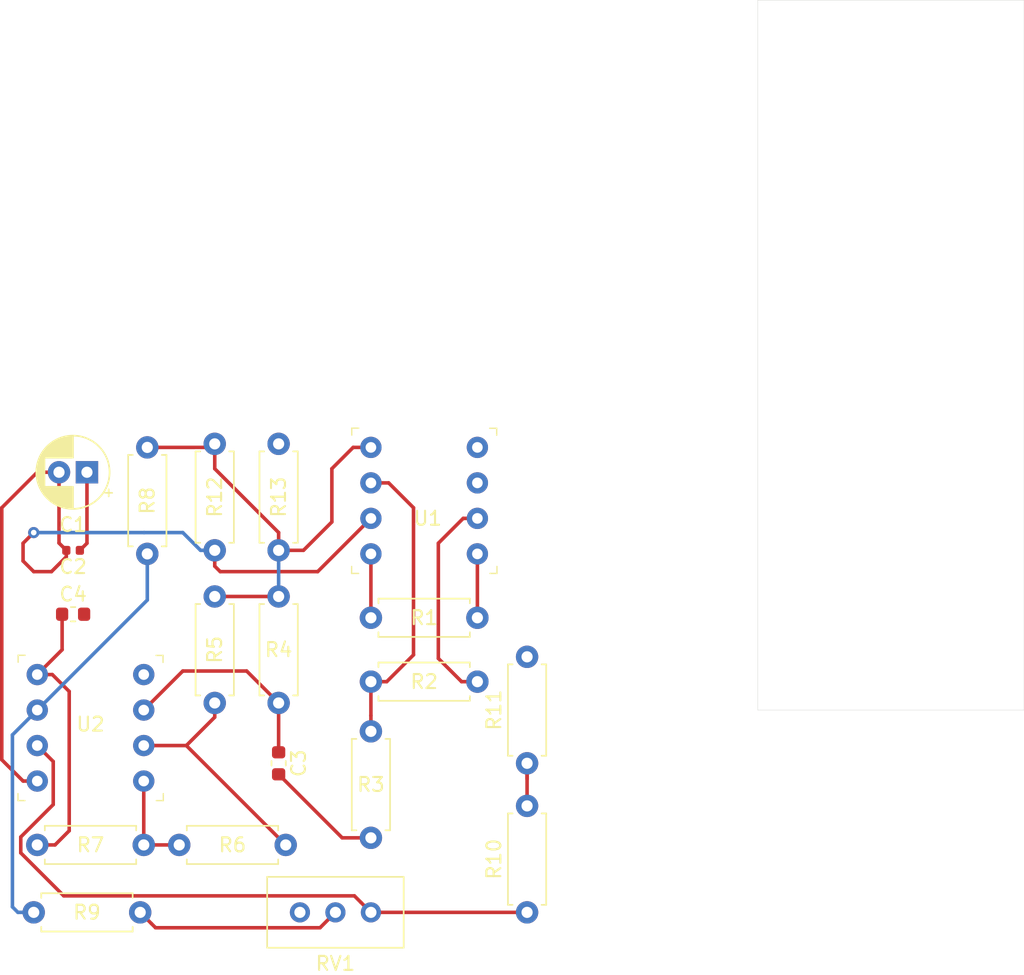
<source format=kicad_pcb>
(kicad_pcb (version 20171130) (host pcbnew "(5.1.2)-2")

  (general
    (thickness 1.6)
    (drawings 4)
    (tracks 92)
    (zones 0)
    (modules 20)
    (nets 19)
  )

  (page A4)
  (title_block
    (title EMG)
    (rev "EMG V01")
    (comment 4 "Author: Robert Stockwell")
  )

  (layers
    (0 F.Cu signal)
    (31 B.Cu signal)
    (32 B.Adhes user)
    (33 F.Adhes user)
    (34 B.Paste user)
    (35 F.Paste user)
    (36 B.SilkS user)
    (37 F.SilkS user)
    (38 B.Mask user)
    (39 F.Mask user)
    (40 Dwgs.User user)
    (41 Cmts.User user)
    (42 Eco1.User user)
    (43 Eco2.User user)
    (44 Edge.Cuts user)
    (45 Margin user)
    (46 B.CrtYd user)
    (47 F.CrtYd user)
    (48 B.Fab user)
    (49 F.Fab user)
  )

  (setup
    (last_trace_width 0.25)
    (trace_clearance 0.2)
    (zone_clearance 0.508)
    (zone_45_only no)
    (trace_min 0.2)
    (via_size 0.8)
    (via_drill 0.4)
    (via_min_size 0.4)
    (via_min_drill 0.3)
    (uvia_size 0.3)
    (uvia_drill 0.1)
    (uvias_allowed no)
    (uvia_min_size 0.2)
    (uvia_min_drill 0.1)
    (edge_width 0.1)
    (segment_width 0.2)
    (pcb_text_width 0.3)
    (pcb_text_size 1.5 1.5)
    (mod_edge_width 0.15)
    (mod_text_size 1 1)
    (mod_text_width 0.15)
    (pad_size 1.524 1.524)
    (pad_drill 0.762)
    (pad_to_mask_clearance 0)
    (aux_axis_origin 0 0)
    (visible_elements FFFFFF7F)
    (pcbplotparams
      (layerselection 0x010fc_ffffffff)
      (usegerberextensions false)
      (usegerberattributes false)
      (usegerberadvancedattributes false)
      (creategerberjobfile false)
      (excludeedgelayer true)
      (linewidth 0.100000)
      (plotframeref false)
      (viasonmask false)
      (mode 1)
      (useauxorigin false)
      (hpglpennumber 1)
      (hpglpenspeed 20)
      (hpglpendiameter 15.000000)
      (psnegative false)
      (psa4output false)
      (plotreference true)
      (plotvalue true)
      (plotinvisibletext false)
      (padsonsilk false)
      (subtractmaskfromsilk false)
      (outputformat 1)
      (mirror false)
      (drillshape 1)
      (scaleselection 1)
      (outputdirectory ""))
  )

  (net 0 "")
  (net 1 GND)
  (net 2 +5V)
  (net 3 "Net-(C3-Pad1)")
  (net 4 "Net-(C3-Pad2)")
  (net 5 "Net-(C4-Pad1)")
  (net 6 "Net-(J1-Pad1)")
  (net 7 "Net-(J1-Pad2)")
  (net 8 "Net-(J1-Pad3)")
  (net 9 "Net-(R1-Pad2)")
  (net 10 "Net-(R1-Pad1)")
  (net 11 "Net-(R2-Pad1)")
  (net 12 "Net-(R5-Pad1)")
  (net 13 "Net-(R6-Pad1)")
  (net 14 "Net-(R8-Pad1)")
  (net 15 "Net-(R9-Pad1)")
  (net 16 "Net-(R10-Pad1)")
  (net 17 "Net-(R10-Pad2)")
  (net 18 "Net-(RV1-Pad1)")

  (net_class Default "This is the default net class."
    (clearance 0.2)
    (trace_width 0.25)
    (via_dia 0.8)
    (via_drill 0.4)
    (uvia_dia 0.3)
    (uvia_drill 0.1)
  )

  (net_class OSHPark ""
    (clearance 0.254)
    (trace_width 0.254)
    (via_dia 0.8)
    (via_drill 0.4)
    (uvia_dia 0.762)
    (uvia_drill 0.381)
    (add_net +5V)
    (add_net GND)
    (add_net "Net-(C3-Pad1)")
    (add_net "Net-(C3-Pad2)")
    (add_net "Net-(C4-Pad1)")
    (add_net "Net-(J1-Pad1)")
    (add_net "Net-(J1-Pad2)")
    (add_net "Net-(J1-Pad3)")
    (add_net "Net-(R1-Pad1)")
    (add_net "Net-(R1-Pad2)")
    (add_net "Net-(R10-Pad1)")
    (add_net "Net-(R10-Pad2)")
    (add_net "Net-(R2-Pad1)")
    (add_net "Net-(R5-Pad1)")
    (add_net "Net-(R6-Pad1)")
    (add_net "Net-(R8-Pad1)")
    (add_net "Net-(R9-Pad1)")
    (add_net "Net-(RV1-Pad1)")
  )

  (module Capacitor_THT:CP_Radial_D5.0mm_P2.00mm (layer F.Cu) (tedit 5AE50EF0) (tstamp 5D05EBDC)
    (at 89.154 70.612 180)
    (descr "CP, Radial series, Radial, pin pitch=2.00mm, , diameter=5mm, Electrolytic Capacitor")
    (tags "CP Radial series Radial pin pitch 2.00mm  diameter 5mm Electrolytic Capacitor")
    (path /5CFD6EE5)
    (fp_text reference C1 (at 1 -3.75) (layer F.SilkS)
      (effects (font (size 1 1) (thickness 0.15)))
    )
    (fp_text value 10u (at 1 3.75) (layer F.Fab)
      (effects (font (size 1 1) (thickness 0.15)))
    )
    (fp_circle (center 1 0) (end 3.5 0) (layer F.Fab) (width 0.1))
    (fp_circle (center 1 0) (end 3.62 0) (layer F.SilkS) (width 0.12))
    (fp_circle (center 1 0) (end 3.75 0) (layer F.CrtYd) (width 0.05))
    (fp_line (start -1.133605 -1.0875) (end -0.633605 -1.0875) (layer F.Fab) (width 0.1))
    (fp_line (start -0.883605 -1.3375) (end -0.883605 -0.8375) (layer F.Fab) (width 0.1))
    (fp_line (start 1 1.04) (end 1 2.58) (layer F.SilkS) (width 0.12))
    (fp_line (start 1 -2.58) (end 1 -1.04) (layer F.SilkS) (width 0.12))
    (fp_line (start 1.04 1.04) (end 1.04 2.58) (layer F.SilkS) (width 0.12))
    (fp_line (start 1.04 -2.58) (end 1.04 -1.04) (layer F.SilkS) (width 0.12))
    (fp_line (start 1.08 -2.579) (end 1.08 -1.04) (layer F.SilkS) (width 0.12))
    (fp_line (start 1.08 1.04) (end 1.08 2.579) (layer F.SilkS) (width 0.12))
    (fp_line (start 1.12 -2.578) (end 1.12 -1.04) (layer F.SilkS) (width 0.12))
    (fp_line (start 1.12 1.04) (end 1.12 2.578) (layer F.SilkS) (width 0.12))
    (fp_line (start 1.16 -2.576) (end 1.16 -1.04) (layer F.SilkS) (width 0.12))
    (fp_line (start 1.16 1.04) (end 1.16 2.576) (layer F.SilkS) (width 0.12))
    (fp_line (start 1.2 -2.573) (end 1.2 -1.04) (layer F.SilkS) (width 0.12))
    (fp_line (start 1.2 1.04) (end 1.2 2.573) (layer F.SilkS) (width 0.12))
    (fp_line (start 1.24 -2.569) (end 1.24 -1.04) (layer F.SilkS) (width 0.12))
    (fp_line (start 1.24 1.04) (end 1.24 2.569) (layer F.SilkS) (width 0.12))
    (fp_line (start 1.28 -2.565) (end 1.28 -1.04) (layer F.SilkS) (width 0.12))
    (fp_line (start 1.28 1.04) (end 1.28 2.565) (layer F.SilkS) (width 0.12))
    (fp_line (start 1.32 -2.561) (end 1.32 -1.04) (layer F.SilkS) (width 0.12))
    (fp_line (start 1.32 1.04) (end 1.32 2.561) (layer F.SilkS) (width 0.12))
    (fp_line (start 1.36 -2.556) (end 1.36 -1.04) (layer F.SilkS) (width 0.12))
    (fp_line (start 1.36 1.04) (end 1.36 2.556) (layer F.SilkS) (width 0.12))
    (fp_line (start 1.4 -2.55) (end 1.4 -1.04) (layer F.SilkS) (width 0.12))
    (fp_line (start 1.4 1.04) (end 1.4 2.55) (layer F.SilkS) (width 0.12))
    (fp_line (start 1.44 -2.543) (end 1.44 -1.04) (layer F.SilkS) (width 0.12))
    (fp_line (start 1.44 1.04) (end 1.44 2.543) (layer F.SilkS) (width 0.12))
    (fp_line (start 1.48 -2.536) (end 1.48 -1.04) (layer F.SilkS) (width 0.12))
    (fp_line (start 1.48 1.04) (end 1.48 2.536) (layer F.SilkS) (width 0.12))
    (fp_line (start 1.52 -2.528) (end 1.52 -1.04) (layer F.SilkS) (width 0.12))
    (fp_line (start 1.52 1.04) (end 1.52 2.528) (layer F.SilkS) (width 0.12))
    (fp_line (start 1.56 -2.52) (end 1.56 -1.04) (layer F.SilkS) (width 0.12))
    (fp_line (start 1.56 1.04) (end 1.56 2.52) (layer F.SilkS) (width 0.12))
    (fp_line (start 1.6 -2.511) (end 1.6 -1.04) (layer F.SilkS) (width 0.12))
    (fp_line (start 1.6 1.04) (end 1.6 2.511) (layer F.SilkS) (width 0.12))
    (fp_line (start 1.64 -2.501) (end 1.64 -1.04) (layer F.SilkS) (width 0.12))
    (fp_line (start 1.64 1.04) (end 1.64 2.501) (layer F.SilkS) (width 0.12))
    (fp_line (start 1.68 -2.491) (end 1.68 -1.04) (layer F.SilkS) (width 0.12))
    (fp_line (start 1.68 1.04) (end 1.68 2.491) (layer F.SilkS) (width 0.12))
    (fp_line (start 1.721 -2.48) (end 1.721 -1.04) (layer F.SilkS) (width 0.12))
    (fp_line (start 1.721 1.04) (end 1.721 2.48) (layer F.SilkS) (width 0.12))
    (fp_line (start 1.761 -2.468) (end 1.761 -1.04) (layer F.SilkS) (width 0.12))
    (fp_line (start 1.761 1.04) (end 1.761 2.468) (layer F.SilkS) (width 0.12))
    (fp_line (start 1.801 -2.455) (end 1.801 -1.04) (layer F.SilkS) (width 0.12))
    (fp_line (start 1.801 1.04) (end 1.801 2.455) (layer F.SilkS) (width 0.12))
    (fp_line (start 1.841 -2.442) (end 1.841 -1.04) (layer F.SilkS) (width 0.12))
    (fp_line (start 1.841 1.04) (end 1.841 2.442) (layer F.SilkS) (width 0.12))
    (fp_line (start 1.881 -2.428) (end 1.881 -1.04) (layer F.SilkS) (width 0.12))
    (fp_line (start 1.881 1.04) (end 1.881 2.428) (layer F.SilkS) (width 0.12))
    (fp_line (start 1.921 -2.414) (end 1.921 -1.04) (layer F.SilkS) (width 0.12))
    (fp_line (start 1.921 1.04) (end 1.921 2.414) (layer F.SilkS) (width 0.12))
    (fp_line (start 1.961 -2.398) (end 1.961 -1.04) (layer F.SilkS) (width 0.12))
    (fp_line (start 1.961 1.04) (end 1.961 2.398) (layer F.SilkS) (width 0.12))
    (fp_line (start 2.001 -2.382) (end 2.001 -1.04) (layer F.SilkS) (width 0.12))
    (fp_line (start 2.001 1.04) (end 2.001 2.382) (layer F.SilkS) (width 0.12))
    (fp_line (start 2.041 -2.365) (end 2.041 -1.04) (layer F.SilkS) (width 0.12))
    (fp_line (start 2.041 1.04) (end 2.041 2.365) (layer F.SilkS) (width 0.12))
    (fp_line (start 2.081 -2.348) (end 2.081 -1.04) (layer F.SilkS) (width 0.12))
    (fp_line (start 2.081 1.04) (end 2.081 2.348) (layer F.SilkS) (width 0.12))
    (fp_line (start 2.121 -2.329) (end 2.121 -1.04) (layer F.SilkS) (width 0.12))
    (fp_line (start 2.121 1.04) (end 2.121 2.329) (layer F.SilkS) (width 0.12))
    (fp_line (start 2.161 -2.31) (end 2.161 -1.04) (layer F.SilkS) (width 0.12))
    (fp_line (start 2.161 1.04) (end 2.161 2.31) (layer F.SilkS) (width 0.12))
    (fp_line (start 2.201 -2.29) (end 2.201 -1.04) (layer F.SilkS) (width 0.12))
    (fp_line (start 2.201 1.04) (end 2.201 2.29) (layer F.SilkS) (width 0.12))
    (fp_line (start 2.241 -2.268) (end 2.241 -1.04) (layer F.SilkS) (width 0.12))
    (fp_line (start 2.241 1.04) (end 2.241 2.268) (layer F.SilkS) (width 0.12))
    (fp_line (start 2.281 -2.247) (end 2.281 -1.04) (layer F.SilkS) (width 0.12))
    (fp_line (start 2.281 1.04) (end 2.281 2.247) (layer F.SilkS) (width 0.12))
    (fp_line (start 2.321 -2.224) (end 2.321 -1.04) (layer F.SilkS) (width 0.12))
    (fp_line (start 2.321 1.04) (end 2.321 2.224) (layer F.SilkS) (width 0.12))
    (fp_line (start 2.361 -2.2) (end 2.361 -1.04) (layer F.SilkS) (width 0.12))
    (fp_line (start 2.361 1.04) (end 2.361 2.2) (layer F.SilkS) (width 0.12))
    (fp_line (start 2.401 -2.175) (end 2.401 -1.04) (layer F.SilkS) (width 0.12))
    (fp_line (start 2.401 1.04) (end 2.401 2.175) (layer F.SilkS) (width 0.12))
    (fp_line (start 2.441 -2.149) (end 2.441 -1.04) (layer F.SilkS) (width 0.12))
    (fp_line (start 2.441 1.04) (end 2.441 2.149) (layer F.SilkS) (width 0.12))
    (fp_line (start 2.481 -2.122) (end 2.481 -1.04) (layer F.SilkS) (width 0.12))
    (fp_line (start 2.481 1.04) (end 2.481 2.122) (layer F.SilkS) (width 0.12))
    (fp_line (start 2.521 -2.095) (end 2.521 -1.04) (layer F.SilkS) (width 0.12))
    (fp_line (start 2.521 1.04) (end 2.521 2.095) (layer F.SilkS) (width 0.12))
    (fp_line (start 2.561 -2.065) (end 2.561 -1.04) (layer F.SilkS) (width 0.12))
    (fp_line (start 2.561 1.04) (end 2.561 2.065) (layer F.SilkS) (width 0.12))
    (fp_line (start 2.601 -2.035) (end 2.601 -1.04) (layer F.SilkS) (width 0.12))
    (fp_line (start 2.601 1.04) (end 2.601 2.035) (layer F.SilkS) (width 0.12))
    (fp_line (start 2.641 -2.004) (end 2.641 -1.04) (layer F.SilkS) (width 0.12))
    (fp_line (start 2.641 1.04) (end 2.641 2.004) (layer F.SilkS) (width 0.12))
    (fp_line (start 2.681 -1.971) (end 2.681 -1.04) (layer F.SilkS) (width 0.12))
    (fp_line (start 2.681 1.04) (end 2.681 1.971) (layer F.SilkS) (width 0.12))
    (fp_line (start 2.721 -1.937) (end 2.721 -1.04) (layer F.SilkS) (width 0.12))
    (fp_line (start 2.721 1.04) (end 2.721 1.937) (layer F.SilkS) (width 0.12))
    (fp_line (start 2.761 -1.901) (end 2.761 -1.04) (layer F.SilkS) (width 0.12))
    (fp_line (start 2.761 1.04) (end 2.761 1.901) (layer F.SilkS) (width 0.12))
    (fp_line (start 2.801 -1.864) (end 2.801 -1.04) (layer F.SilkS) (width 0.12))
    (fp_line (start 2.801 1.04) (end 2.801 1.864) (layer F.SilkS) (width 0.12))
    (fp_line (start 2.841 -1.826) (end 2.841 -1.04) (layer F.SilkS) (width 0.12))
    (fp_line (start 2.841 1.04) (end 2.841 1.826) (layer F.SilkS) (width 0.12))
    (fp_line (start 2.881 -1.785) (end 2.881 -1.04) (layer F.SilkS) (width 0.12))
    (fp_line (start 2.881 1.04) (end 2.881 1.785) (layer F.SilkS) (width 0.12))
    (fp_line (start 2.921 -1.743) (end 2.921 -1.04) (layer F.SilkS) (width 0.12))
    (fp_line (start 2.921 1.04) (end 2.921 1.743) (layer F.SilkS) (width 0.12))
    (fp_line (start 2.961 -1.699) (end 2.961 -1.04) (layer F.SilkS) (width 0.12))
    (fp_line (start 2.961 1.04) (end 2.961 1.699) (layer F.SilkS) (width 0.12))
    (fp_line (start 3.001 -1.653) (end 3.001 -1.04) (layer F.SilkS) (width 0.12))
    (fp_line (start 3.001 1.04) (end 3.001 1.653) (layer F.SilkS) (width 0.12))
    (fp_line (start 3.041 -1.605) (end 3.041 1.605) (layer F.SilkS) (width 0.12))
    (fp_line (start 3.081 -1.554) (end 3.081 1.554) (layer F.SilkS) (width 0.12))
    (fp_line (start 3.121 -1.5) (end 3.121 1.5) (layer F.SilkS) (width 0.12))
    (fp_line (start 3.161 -1.443) (end 3.161 1.443) (layer F.SilkS) (width 0.12))
    (fp_line (start 3.201 -1.383) (end 3.201 1.383) (layer F.SilkS) (width 0.12))
    (fp_line (start 3.241 -1.319) (end 3.241 1.319) (layer F.SilkS) (width 0.12))
    (fp_line (start 3.281 -1.251) (end 3.281 1.251) (layer F.SilkS) (width 0.12))
    (fp_line (start 3.321 -1.178) (end 3.321 1.178) (layer F.SilkS) (width 0.12))
    (fp_line (start 3.361 -1.098) (end 3.361 1.098) (layer F.SilkS) (width 0.12))
    (fp_line (start 3.401 -1.011) (end 3.401 1.011) (layer F.SilkS) (width 0.12))
    (fp_line (start 3.441 -0.915) (end 3.441 0.915) (layer F.SilkS) (width 0.12))
    (fp_line (start 3.481 -0.805) (end 3.481 0.805) (layer F.SilkS) (width 0.12))
    (fp_line (start 3.521 -0.677) (end 3.521 0.677) (layer F.SilkS) (width 0.12))
    (fp_line (start 3.561 -0.518) (end 3.561 0.518) (layer F.SilkS) (width 0.12))
    (fp_line (start 3.601 -0.284) (end 3.601 0.284) (layer F.SilkS) (width 0.12))
    (fp_line (start -1.804775 -1.475) (end -1.304775 -1.475) (layer F.SilkS) (width 0.12))
    (fp_line (start -1.554775 -1.725) (end -1.554775 -1.225) (layer F.SilkS) (width 0.12))
    (fp_text user %R (at 1 0) (layer F.Fab)
      (effects (font (size 1 1) (thickness 0.15)))
    )
    (pad 1 thru_hole rect (at 0 0 180) (size 1.6 1.6) (drill 0.8) (layers *.Cu *.Mask)
      (net 1 GND))
    (pad 2 thru_hole circle (at 2 0 180) (size 1.6 1.6) (drill 0.8) (layers *.Cu *.Mask)
      (net 2 +5V))
    (model ${KISYS3DMOD}/Capacitor_THT.3dshapes/CP_Radial_D5.0mm_P2.00mm.wrl
      (at (xyz 0 0 0))
      (scale (xyz 1 1 1))
      (rotate (xyz 0 0 0))
    )
  )

  (module Capacitor_SMD:C_0402_1005Metric (layer F.Cu) (tedit 5B301BBE) (tstamp 5D05EBEB)
    (at 88.161 76.2 180)
    (descr "Capacitor SMD 0402 (1005 Metric), square (rectangular) end terminal, IPC_7351 nominal, (Body size source: http://www.tortai-tech.com/upload/download/2011102023233369053.pdf), generated with kicad-footprint-generator")
    (tags capacitor)
    (path /5CFD639E)
    (attr smd)
    (fp_text reference C2 (at 0 -1.17) (layer F.SilkS)
      (effects (font (size 1 1) (thickness 0.15)))
    )
    (fp_text value 0.1u (at 0 1.17) (layer F.Fab)
      (effects (font (size 1 1) (thickness 0.15)))
    )
    (fp_line (start -0.5 0.25) (end -0.5 -0.25) (layer F.Fab) (width 0.1))
    (fp_line (start -0.5 -0.25) (end 0.5 -0.25) (layer F.Fab) (width 0.1))
    (fp_line (start 0.5 -0.25) (end 0.5 0.25) (layer F.Fab) (width 0.1))
    (fp_line (start 0.5 0.25) (end -0.5 0.25) (layer F.Fab) (width 0.1))
    (fp_line (start -0.93 0.47) (end -0.93 -0.47) (layer F.CrtYd) (width 0.05))
    (fp_line (start -0.93 -0.47) (end 0.93 -0.47) (layer F.CrtYd) (width 0.05))
    (fp_line (start 0.93 -0.47) (end 0.93 0.47) (layer F.CrtYd) (width 0.05))
    (fp_line (start 0.93 0.47) (end -0.93 0.47) (layer F.CrtYd) (width 0.05))
    (fp_text user %R (at 0 0) (layer F.Fab)
      (effects (font (size 0.25 0.25) (thickness 0.04)))
    )
    (pad 1 smd roundrect (at -0.485 0 180) (size 0.59 0.64) (layers F.Cu F.Paste F.Mask) (roundrect_rratio 0.25)
      (net 1 GND))
    (pad 2 smd roundrect (at 0.485 0 180) (size 0.59 0.64) (layers F.Cu F.Paste F.Mask) (roundrect_rratio 0.25)
      (net 2 +5V))
    (model ${KISYS3DMOD}/Capacitor_SMD.3dshapes/C_0402_1005Metric.wrl
      (at (xyz 0 0 0))
      (scale (xyz 1 1 1))
      (rotate (xyz 0 0 0))
    )
  )

  (module Capacitor_SMD:C_0603_1608Metric (layer F.Cu) (tedit 5B301BBE) (tstamp 5D086916)
    (at 102.87 91.44 270)
    (descr "Capacitor SMD 0603 (1608 Metric), square (rectangular) end terminal, IPC_7351 nominal, (Body size source: http://www.tortai-tech.com/upload/download/2011102023233369053.pdf), generated with kicad-footprint-generator")
    (tags capacitor)
    (path /5CFCB937)
    (attr smd)
    (fp_text reference C3 (at 0 -1.43 90) (layer F.SilkS)
      (effects (font (size 1 1) (thickness 0.15)))
    )
    (fp_text value 1u (at 0 1.43 90) (layer F.Fab)
      (effects (font (size 1 1) (thickness 0.15)))
    )
    (fp_line (start -0.8 0.4) (end -0.8 -0.4) (layer F.Fab) (width 0.1))
    (fp_line (start -0.8 -0.4) (end 0.8 -0.4) (layer F.Fab) (width 0.1))
    (fp_line (start 0.8 -0.4) (end 0.8 0.4) (layer F.Fab) (width 0.1))
    (fp_line (start 0.8 0.4) (end -0.8 0.4) (layer F.Fab) (width 0.1))
    (fp_line (start -0.162779 -0.51) (end 0.162779 -0.51) (layer F.SilkS) (width 0.12))
    (fp_line (start -0.162779 0.51) (end 0.162779 0.51) (layer F.SilkS) (width 0.12))
    (fp_line (start -1.48 0.73) (end -1.48 -0.73) (layer F.CrtYd) (width 0.05))
    (fp_line (start -1.48 -0.73) (end 1.48 -0.73) (layer F.CrtYd) (width 0.05))
    (fp_line (start 1.48 -0.73) (end 1.48 0.73) (layer F.CrtYd) (width 0.05))
    (fp_line (start 1.48 0.73) (end -1.48 0.73) (layer F.CrtYd) (width 0.05))
    (fp_text user %R (at 0 0 90) (layer F.Fab)
      (effects (font (size 0.4 0.4) (thickness 0.06)))
    )
    (pad 1 smd roundrect (at -0.7875 0 270) (size 0.875 0.95) (layers F.Cu F.Paste F.Mask) (roundrect_rratio 0.25)
      (net 3 "Net-(C3-Pad1)"))
    (pad 2 smd roundrect (at 0.7875 0 270) (size 0.875 0.95) (layers F.Cu F.Paste F.Mask) (roundrect_rratio 0.25)
      (net 4 "Net-(C3-Pad2)"))
    (model ${KISYS3DMOD}/Capacitor_SMD.3dshapes/C_0603_1608Metric.wrl
      (at (xyz 0 0 0))
      (scale (xyz 1 1 1))
      (rotate (xyz 0 0 0))
    )
  )

  (module Capacitor_SMD:C_0603_1608Metric (layer F.Cu) (tedit 5B301BBE) (tstamp 5D05EC0D)
    (at 88.1635 80.772)
    (descr "Capacitor SMD 0603 (1608 Metric), square (rectangular) end terminal, IPC_7351 nominal, (Body size source: http://www.tortai-tech.com/upload/download/2011102023233369053.pdf), generated with kicad-footprint-generator")
    (tags capacitor)
    (path /5CFCAFA5)
    (attr smd)
    (fp_text reference C4 (at 0 -1.43) (layer F.SilkS)
      (effects (font (size 1 1) (thickness 0.15)))
    )
    (fp_text value 1u (at 0 1.43 270) (layer F.Fab)
      (effects (font (size 1 1) (thickness 0.15)))
    )
    (fp_text user %R (at 0 0) (layer F.Fab)
      (effects (font (size 0.4 0.4) (thickness 0.06)))
    )
    (fp_line (start 1.48 0.73) (end -1.48 0.73) (layer F.CrtYd) (width 0.05))
    (fp_line (start 1.48 -0.73) (end 1.48 0.73) (layer F.CrtYd) (width 0.05))
    (fp_line (start -1.48 -0.73) (end 1.48 -0.73) (layer F.CrtYd) (width 0.05))
    (fp_line (start -1.48 0.73) (end -1.48 -0.73) (layer F.CrtYd) (width 0.05))
    (fp_line (start -0.162779 0.51) (end 0.162779 0.51) (layer F.SilkS) (width 0.12))
    (fp_line (start -0.162779 -0.51) (end 0.162779 -0.51) (layer F.SilkS) (width 0.12))
    (fp_line (start 0.8 0.4) (end -0.8 0.4) (layer F.Fab) (width 0.1))
    (fp_line (start 0.8 -0.4) (end 0.8 0.4) (layer F.Fab) (width 0.1))
    (fp_line (start -0.8 -0.4) (end 0.8 -0.4) (layer F.Fab) (width 0.1))
    (fp_line (start -0.8 0.4) (end -0.8 -0.4) (layer F.Fab) (width 0.1))
    (pad 2 smd roundrect (at 0.7875 0) (size 0.875 0.95) (layers F.Cu F.Paste F.Mask) (roundrect_rratio 0.25)
      (net 1 GND))
    (pad 1 smd roundrect (at -0.7875 0) (size 0.875 0.95) (layers F.Cu F.Paste F.Mask) (roundrect_rratio 0.25)
      (net 5 "Net-(C4-Pad1)"))
    (model ${KISYS3DMOD}/Capacitor_SMD.3dshapes/C_0603_1608Metric.wrl
      (at (xyz 0 0 0))
      (scale (xyz 1 1 1))
      (rotate (xyz 0 0 0))
    )
  )

  (module Resistor_THT:R_Axial_DIN0207_L6.3mm_D2.5mm_P7.62mm_Horizontal (layer F.Cu) (tedit 5AE5139B) (tstamp 5D085E43)
    (at 117.094 81.026 180)
    (descr "Resistor, Axial_DIN0207 series, Axial, Horizontal, pin pitch=7.62mm, 0.25W = 1/4W, length*diameter=6.3*2.5mm^2, http://cdn-reichelt.de/documents/datenblatt/B400/1_4W%23YAG.pdf")
    (tags "Resistor Axial_DIN0207 series Axial Horizontal pin pitch 7.62mm 0.25W = 1/4W length 6.3mm diameter 2.5mm")
    (path /5CFD7B8C)
    (fp_text reference R1 (at 3.81 0) (layer F.SilkS)
      (effects (font (size 1 1) (thickness 0.15)))
    )
    (fp_text value 1k (at 3.81 -2.286) (layer F.Fab)
      (effects (font (size 1 1) (thickness 0.15)))
    )
    (fp_text user %R (at 3.81 0) (layer F.Fab)
      (effects (font (size 1 1) (thickness 0.15)))
    )
    (fp_line (start 8.67 -1.5) (end -1.05 -1.5) (layer F.CrtYd) (width 0.05))
    (fp_line (start 8.67 1.5) (end 8.67 -1.5) (layer F.CrtYd) (width 0.05))
    (fp_line (start -1.05 1.5) (end 8.67 1.5) (layer F.CrtYd) (width 0.05))
    (fp_line (start -1.05 -1.5) (end -1.05 1.5) (layer F.CrtYd) (width 0.05))
    (fp_line (start 7.08 1.37) (end 7.08 1.04) (layer F.SilkS) (width 0.12))
    (fp_line (start 0.54 1.37) (end 7.08 1.37) (layer F.SilkS) (width 0.12))
    (fp_line (start 0.54 1.04) (end 0.54 1.37) (layer F.SilkS) (width 0.12))
    (fp_line (start 7.08 -1.37) (end 7.08 -1.04) (layer F.SilkS) (width 0.12))
    (fp_line (start 0.54 -1.37) (end 7.08 -1.37) (layer F.SilkS) (width 0.12))
    (fp_line (start 0.54 -1.04) (end 0.54 -1.37) (layer F.SilkS) (width 0.12))
    (fp_line (start 7.62 0) (end 6.96 0) (layer F.Fab) (width 0.1))
    (fp_line (start 0 0) (end 0.66 0) (layer F.Fab) (width 0.1))
    (fp_line (start 6.96 -1.25) (end 0.66 -1.25) (layer F.Fab) (width 0.1))
    (fp_line (start 6.96 1.25) (end 6.96 -1.25) (layer F.Fab) (width 0.1))
    (fp_line (start 0.66 1.25) (end 6.96 1.25) (layer F.Fab) (width 0.1))
    (fp_line (start 0.66 -1.25) (end 0.66 1.25) (layer F.Fab) (width 0.1))
    (pad 2 thru_hole oval (at 7.62 0 180) (size 1.6 1.6) (drill 0.8) (layers *.Cu *.Mask)
      (net 9 "Net-(R1-Pad2)"))
    (pad 1 thru_hole circle (at 0 0 180) (size 1.6 1.6) (drill 0.8) (layers *.Cu *.Mask)
      (net 10 "Net-(R1-Pad1)"))
    (model ${KISYS3DMOD}/Resistor_THT.3dshapes/R_Axial_DIN0207_L6.3mm_D2.5mm_P7.62mm_Horizontal.wrl
      (at (xyz 0 0 0))
      (scale (xyz 1 1 1))
      (rotate (xyz 0 0 0))
    )
  )

  (module Resistor_THT:R_Axial_DIN0207_L6.3mm_D2.5mm_P7.62mm_Horizontal (layer F.Cu) (tedit 5AE5139B) (tstamp 5D05EC79)
    (at 109.474 85.598)
    (descr "Resistor, Axial_DIN0207 series, Axial, Horizontal, pin pitch=7.62mm, 0.25W = 1/4W, length*diameter=6.3*2.5mm^2, http://cdn-reichelt.de/documents/datenblatt/B400/1_4W%23YAG.pdf")
    (tags "Resistor Axial_DIN0207 series Axial Horizontal pin pitch 7.62mm 0.25W = 1/4W length 6.3mm diameter 2.5mm")
    (path /5CFCA4AE)
    (fp_text reference R2 (at 3.81 0) (layer F.SilkS)
      (effects (font (size 1 1) (thickness 0.15)))
    )
    (fp_text value 150k (at 3.81 2.37) (layer F.Fab)
      (effects (font (size 1 1) (thickness 0.15)))
    )
    (fp_line (start 0.66 -1.25) (end 0.66 1.25) (layer F.Fab) (width 0.1))
    (fp_line (start 0.66 1.25) (end 6.96 1.25) (layer F.Fab) (width 0.1))
    (fp_line (start 6.96 1.25) (end 6.96 -1.25) (layer F.Fab) (width 0.1))
    (fp_line (start 6.96 -1.25) (end 0.66 -1.25) (layer F.Fab) (width 0.1))
    (fp_line (start 0 0) (end 0.66 0) (layer F.Fab) (width 0.1))
    (fp_line (start 7.62 0) (end 6.96 0) (layer F.Fab) (width 0.1))
    (fp_line (start 0.54 -1.04) (end 0.54 -1.37) (layer F.SilkS) (width 0.12))
    (fp_line (start 0.54 -1.37) (end 7.08 -1.37) (layer F.SilkS) (width 0.12))
    (fp_line (start 7.08 -1.37) (end 7.08 -1.04) (layer F.SilkS) (width 0.12))
    (fp_line (start 0.54 1.04) (end 0.54 1.37) (layer F.SilkS) (width 0.12))
    (fp_line (start 0.54 1.37) (end 7.08 1.37) (layer F.SilkS) (width 0.12))
    (fp_line (start 7.08 1.37) (end 7.08 1.04) (layer F.SilkS) (width 0.12))
    (fp_line (start -1.05 -1.5) (end -1.05 1.5) (layer F.CrtYd) (width 0.05))
    (fp_line (start -1.05 1.5) (end 8.67 1.5) (layer F.CrtYd) (width 0.05))
    (fp_line (start 8.67 1.5) (end 8.67 -1.5) (layer F.CrtYd) (width 0.05))
    (fp_line (start 8.67 -1.5) (end -1.05 -1.5) (layer F.CrtYd) (width 0.05))
    (fp_text user %R (at 3.81 0) (layer F.Fab)
      (effects (font (size 1 1) (thickness 0.15)))
    )
    (pad 1 thru_hole circle (at 0 0) (size 1.6 1.6) (drill 0.8) (layers *.Cu *.Mask)
      (net 11 "Net-(R2-Pad1)"))
    (pad 2 thru_hole oval (at 7.62 0) (size 1.6 1.6) (drill 0.8) (layers *.Cu *.Mask)
      (net 6 "Net-(J1-Pad1)"))
    (model ${KISYS3DMOD}/Resistor_THT.3dshapes/R_Axial_DIN0207_L6.3mm_D2.5mm_P7.62mm_Horizontal.wrl
      (at (xyz 0 0 0))
      (scale (xyz 1 1 1))
      (rotate (xyz 0 0 0))
    )
  )

  (module Resistor_THT:R_Axial_DIN0207_L6.3mm_D2.5mm_P7.62mm_Horizontal (layer F.Cu) (tedit 5AE5139B) (tstamp 5D05EC90)
    (at 109.474 96.774 90)
    (descr "Resistor, Axial_DIN0207 series, Axial, Horizontal, pin pitch=7.62mm, 0.25W = 1/4W, length*diameter=6.3*2.5mm^2, http://cdn-reichelt.de/documents/datenblatt/B400/1_4W%23YAG.pdf")
    (tags "Resistor Axial_DIN0207 series Axial Horizontal pin pitch 7.62mm 0.25W = 1/4W length 6.3mm diameter 2.5mm")
    (path /5CFCF011)
    (fp_text reference R3 (at 3.81 0 180) (layer F.SilkS)
      (effects (font (size 1 1) (thickness 0.15)))
    )
    (fp_text value 2k (at 3.81 2.37 90) (layer F.Fab)
      (effects (font (size 1 1) (thickness 0.15)))
    )
    (fp_line (start 0.66 -1.25) (end 0.66 1.25) (layer F.Fab) (width 0.1))
    (fp_line (start 0.66 1.25) (end 6.96 1.25) (layer F.Fab) (width 0.1))
    (fp_line (start 6.96 1.25) (end 6.96 -1.25) (layer F.Fab) (width 0.1))
    (fp_line (start 6.96 -1.25) (end 0.66 -1.25) (layer F.Fab) (width 0.1))
    (fp_line (start 0 0) (end 0.66 0) (layer F.Fab) (width 0.1))
    (fp_line (start 7.62 0) (end 6.96 0) (layer F.Fab) (width 0.1))
    (fp_line (start 0.54 -1.04) (end 0.54 -1.37) (layer F.SilkS) (width 0.12))
    (fp_line (start 0.54 -1.37) (end 7.08 -1.37) (layer F.SilkS) (width 0.12))
    (fp_line (start 7.08 -1.37) (end 7.08 -1.04) (layer F.SilkS) (width 0.12))
    (fp_line (start 0.54 1.04) (end 0.54 1.37) (layer F.SilkS) (width 0.12))
    (fp_line (start 0.54 1.37) (end 7.08 1.37) (layer F.SilkS) (width 0.12))
    (fp_line (start 7.08 1.37) (end 7.08 1.04) (layer F.SilkS) (width 0.12))
    (fp_line (start -1.05 -1.5) (end -1.05 1.5) (layer F.CrtYd) (width 0.05))
    (fp_line (start -1.05 1.5) (end 8.67 1.5) (layer F.CrtYd) (width 0.05))
    (fp_line (start 8.67 1.5) (end 8.67 -1.5) (layer F.CrtYd) (width 0.05))
    (fp_line (start 8.67 -1.5) (end -1.05 -1.5) (layer F.CrtYd) (width 0.05))
    (fp_text user %R (at 3.81 0 180) (layer F.Fab)
      (effects (font (size 1 1) (thickness 0.15)))
    )
    (pad 1 thru_hole circle (at 0 0 90) (size 1.6 1.6) (drill 0.8) (layers *.Cu *.Mask)
      (net 4 "Net-(C3-Pad2)"))
    (pad 2 thru_hole oval (at 7.62 0 90) (size 1.6 1.6) (drill 0.8) (layers *.Cu *.Mask)
      (net 11 "Net-(R2-Pad1)"))
    (model ${KISYS3DMOD}/Resistor_THT.3dshapes/R_Axial_DIN0207_L6.3mm_D2.5mm_P7.62mm_Horizontal.wrl
      (at (xyz 0 0 0))
      (scale (xyz 1 1 1))
      (rotate (xyz 0 0 0))
    )
  )

  (module Resistor_THT:R_Axial_DIN0207_L6.3mm_D2.5mm_P7.62mm_Horizontal (layer F.Cu) (tedit 5AE5139B) (tstamp 5D085978)
    (at 102.87 87.122 90)
    (descr "Resistor, Axial_DIN0207 series, Axial, Horizontal, pin pitch=7.62mm, 0.25W = 1/4W, length*diameter=6.3*2.5mm^2, http://cdn-reichelt.de/documents/datenblatt/B400/1_4W%23YAG.pdf")
    (tags "Resistor Axial_DIN0207 series Axial Horizontal pin pitch 7.62mm 0.25W = 1/4W length 6.3mm diameter 2.5mm")
    (path /5CFCF85E)
    (fp_text reference R4 (at 3.81 0 180) (layer F.SilkS)
      (effects (font (size 1 1) (thickness 0.15)))
    )
    (fp_text value 14700 (at 3.81 2.37 90) (layer F.Fab)
      (effects (font (size 1 1) (thickness 0.15)))
    )
    (fp_text user %R (at 3.81 0 180) (layer F.Fab)
      (effects (font (size 1 1) (thickness 0.15)))
    )
    (fp_line (start 8.67 -1.5) (end -1.05 -1.5) (layer F.CrtYd) (width 0.05))
    (fp_line (start 8.67 1.5) (end 8.67 -1.5) (layer F.CrtYd) (width 0.05))
    (fp_line (start -1.05 1.5) (end 8.67 1.5) (layer F.CrtYd) (width 0.05))
    (fp_line (start -1.05 -1.5) (end -1.05 1.5) (layer F.CrtYd) (width 0.05))
    (fp_line (start 7.08 1.37) (end 7.08 1.04) (layer F.SilkS) (width 0.12))
    (fp_line (start 0.54 1.37) (end 7.08 1.37) (layer F.SilkS) (width 0.12))
    (fp_line (start 0.54 1.04) (end 0.54 1.37) (layer F.SilkS) (width 0.12))
    (fp_line (start 7.08 -1.37) (end 7.08 -1.04) (layer F.SilkS) (width 0.12))
    (fp_line (start 0.54 -1.37) (end 7.08 -1.37) (layer F.SilkS) (width 0.12))
    (fp_line (start 0.54 -1.04) (end 0.54 -1.37) (layer F.SilkS) (width 0.12))
    (fp_line (start 7.62 0) (end 6.96 0) (layer F.Fab) (width 0.1))
    (fp_line (start 0 0) (end 0.66 0) (layer F.Fab) (width 0.1))
    (fp_line (start 6.96 -1.25) (end 0.66 -1.25) (layer F.Fab) (width 0.1))
    (fp_line (start 6.96 1.25) (end 6.96 -1.25) (layer F.Fab) (width 0.1))
    (fp_line (start 0.66 1.25) (end 6.96 1.25) (layer F.Fab) (width 0.1))
    (fp_line (start 0.66 -1.25) (end 0.66 1.25) (layer F.Fab) (width 0.1))
    (pad 2 thru_hole oval (at 7.62 0 90) (size 1.6 1.6) (drill 0.8) (layers *.Cu *.Mask)
      (net 8 "Net-(J1-Pad3)"))
    (pad 1 thru_hole circle (at 0 0 90) (size 1.6 1.6) (drill 0.8) (layers *.Cu *.Mask)
      (net 3 "Net-(C3-Pad1)"))
    (model ${KISYS3DMOD}/Resistor_THT.3dshapes/R_Axial_DIN0207_L6.3mm_D2.5mm_P7.62mm_Horizontal.wrl
      (at (xyz 0 0 0))
      (scale (xyz 1 1 1))
      (rotate (xyz 0 0 0))
    )
  )

  (module Resistor_THT:R_Axial_DIN0207_L6.3mm_D2.5mm_P7.62mm_Horizontal (layer F.Cu) (tedit 5AE5139B) (tstamp 5D05ECBE)
    (at 98.298 87.122 90)
    (descr "Resistor, Axial_DIN0207 series, Axial, Horizontal, pin pitch=7.62mm, 0.25W = 1/4W, length*diameter=6.3*2.5mm^2, http://cdn-reichelt.de/documents/datenblatt/B400/1_4W%23YAG.pdf")
    (tags "Resistor Axial_DIN0207 series Axial Horizontal pin pitch 7.62mm 0.25W = 1/4W length 6.3mm diameter 2.5mm")
    (path /5CFD3D65)
    (fp_text reference R5 (at 3.81 0 90) (layer F.SilkS)
      (effects (font (size 1 1) (thickness 0.15)))
    )
    (fp_text value 4.7k (at 3.81 2.37 90) (layer F.Fab)
      (effects (font (size 1 1) (thickness 0.15)))
    )
    (fp_line (start 0.66 -1.25) (end 0.66 1.25) (layer F.Fab) (width 0.1))
    (fp_line (start 0.66 1.25) (end 6.96 1.25) (layer F.Fab) (width 0.1))
    (fp_line (start 6.96 1.25) (end 6.96 -1.25) (layer F.Fab) (width 0.1))
    (fp_line (start 6.96 -1.25) (end 0.66 -1.25) (layer F.Fab) (width 0.1))
    (fp_line (start 0 0) (end 0.66 0) (layer F.Fab) (width 0.1))
    (fp_line (start 7.62 0) (end 6.96 0) (layer F.Fab) (width 0.1))
    (fp_line (start 0.54 -1.04) (end 0.54 -1.37) (layer F.SilkS) (width 0.12))
    (fp_line (start 0.54 -1.37) (end 7.08 -1.37) (layer F.SilkS) (width 0.12))
    (fp_line (start 7.08 -1.37) (end 7.08 -1.04) (layer F.SilkS) (width 0.12))
    (fp_line (start 0.54 1.04) (end 0.54 1.37) (layer F.SilkS) (width 0.12))
    (fp_line (start 0.54 1.37) (end 7.08 1.37) (layer F.SilkS) (width 0.12))
    (fp_line (start 7.08 1.37) (end 7.08 1.04) (layer F.SilkS) (width 0.12))
    (fp_line (start -1.05 -1.5) (end -1.05 1.5) (layer F.CrtYd) (width 0.05))
    (fp_line (start -1.05 1.5) (end 8.67 1.5) (layer F.CrtYd) (width 0.05))
    (fp_line (start 8.67 1.5) (end 8.67 -1.5) (layer F.CrtYd) (width 0.05))
    (fp_line (start 8.67 -1.5) (end -1.05 -1.5) (layer F.CrtYd) (width 0.05))
    (fp_text user %R (at 3.81 0 90) (layer F.Fab)
      (effects (font (size 1 1) (thickness 0.15)))
    )
    (pad 1 thru_hole circle (at 0 0 90) (size 1.6 1.6) (drill 0.8) (layers *.Cu *.Mask)
      (net 12 "Net-(R5-Pad1)"))
    (pad 2 thru_hole oval (at 7.62 0 90) (size 1.6 1.6) (drill 0.8) (layers *.Cu *.Mask)
      (net 8 "Net-(J1-Pad3)"))
    (model ${KISYS3DMOD}/Resistor_THT.3dshapes/R_Axial_DIN0207_L6.3mm_D2.5mm_P7.62mm_Horizontal.wrl
      (at (xyz 0 0 0))
      (scale (xyz 1 1 1))
      (rotate (xyz 0 0 0))
    )
  )

  (module Resistor_THT:R_Axial_DIN0207_L6.3mm_D2.5mm_P7.62mm_Horizontal (layer F.Cu) (tedit 5AE5139B) (tstamp 5D08516F)
    (at 95.758 97.282)
    (descr "Resistor, Axial_DIN0207 series, Axial, Horizontal, pin pitch=7.62mm, 0.25W = 1/4W, length*diameter=6.3*2.5mm^2, http://cdn-reichelt.de/documents/datenblatt/B400/1_4W%23YAG.pdf")
    (tags "Resistor Axial_DIN0207 series Axial Horizontal pin pitch 7.62mm 0.25W = 1/4W length 6.3mm diameter 2.5mm")
    (path /5CFCFE60)
    (fp_text reference R6 (at 3.81 0) (layer F.SilkS)
      (effects (font (size 1 1) (thickness 0.15)))
    )
    (fp_text value 10k (at 3.81 2.37) (layer F.Fab)
      (effects (font (size 1 1) (thickness 0.15)))
    )
    (fp_line (start 0.66 -1.25) (end 0.66 1.25) (layer F.Fab) (width 0.1))
    (fp_line (start 0.66 1.25) (end 6.96 1.25) (layer F.Fab) (width 0.1))
    (fp_line (start 6.96 1.25) (end 6.96 -1.25) (layer F.Fab) (width 0.1))
    (fp_line (start 6.96 -1.25) (end 0.66 -1.25) (layer F.Fab) (width 0.1))
    (fp_line (start 0 0) (end 0.66 0) (layer F.Fab) (width 0.1))
    (fp_line (start 7.62 0) (end 6.96 0) (layer F.Fab) (width 0.1))
    (fp_line (start 0.54 -1.04) (end 0.54 -1.37) (layer F.SilkS) (width 0.12))
    (fp_line (start 0.54 -1.37) (end 7.08 -1.37) (layer F.SilkS) (width 0.12))
    (fp_line (start 7.08 -1.37) (end 7.08 -1.04) (layer F.SilkS) (width 0.12))
    (fp_line (start 0.54 1.04) (end 0.54 1.37) (layer F.SilkS) (width 0.12))
    (fp_line (start 0.54 1.37) (end 7.08 1.37) (layer F.SilkS) (width 0.12))
    (fp_line (start 7.08 1.37) (end 7.08 1.04) (layer F.SilkS) (width 0.12))
    (fp_line (start -1.05 -1.5) (end -1.05 1.5) (layer F.CrtYd) (width 0.05))
    (fp_line (start -1.05 1.5) (end 8.67 1.5) (layer F.CrtYd) (width 0.05))
    (fp_line (start 8.67 1.5) (end 8.67 -1.5) (layer F.CrtYd) (width 0.05))
    (fp_line (start 8.67 -1.5) (end -1.05 -1.5) (layer F.CrtYd) (width 0.05))
    (fp_text user %R (at 3.81 0) (layer F.Fab)
      (effects (font (size 1 1) (thickness 0.15)))
    )
    (pad 1 thru_hole circle (at 0 0) (size 1.6 1.6) (drill 0.8) (layers *.Cu *.Mask)
      (net 13 "Net-(R6-Pad1)"))
    (pad 2 thru_hole oval (at 7.62 0) (size 1.6 1.6) (drill 0.8) (layers *.Cu *.Mask)
      (net 12 "Net-(R5-Pad1)"))
    (model ${KISYS3DMOD}/Resistor_THT.3dshapes/R_Axial_DIN0207_L6.3mm_D2.5mm_P7.62mm_Horizontal.wrl
      (at (xyz 0 0 0))
      (scale (xyz 1 1 1))
      (rotate (xyz 0 0 0))
    )
  )

  (module Resistor_THT:R_Axial_DIN0207_L6.3mm_D2.5mm_P7.62mm_Horizontal (layer F.Cu) (tedit 5AE5139B) (tstamp 5D05ECEC)
    (at 85.598 97.282)
    (descr "Resistor, Axial_DIN0207 series, Axial, Horizontal, pin pitch=7.62mm, 0.25W = 1/4W, length*diameter=6.3*2.5mm^2, http://cdn-reichelt.de/documents/datenblatt/B400/1_4W%23YAG.pdf")
    (tags "Resistor Axial_DIN0207 series Axial Horizontal pin pitch 7.62mm 0.25W = 1/4W length 6.3mm diameter 2.5mm")
    (path /5CFCAC87)
    (fp_text reference R7 (at 3.81 0) (layer F.SilkS)
      (effects (font (size 1 1) (thickness 0.15)))
    )
    (fp_text value 330 (at 3.81 -2.286) (layer F.Fab)
      (effects (font (size 1 1) (thickness 0.15)))
    )
    (fp_text user %R (at 3.81 0 180) (layer F.Fab)
      (effects (font (size 1 1) (thickness 0.15)))
    )
    (fp_line (start 8.67 -1.5) (end -1.05 -1.5) (layer F.CrtYd) (width 0.05))
    (fp_line (start 8.67 1.5) (end 8.67 -1.5) (layer F.CrtYd) (width 0.05))
    (fp_line (start -1.05 1.5) (end 8.67 1.5) (layer F.CrtYd) (width 0.05))
    (fp_line (start -1.05 -1.5) (end -1.05 1.5) (layer F.CrtYd) (width 0.05))
    (fp_line (start 7.08 1.37) (end 7.08 1.04) (layer F.SilkS) (width 0.12))
    (fp_line (start 0.54 1.37) (end 7.08 1.37) (layer F.SilkS) (width 0.12))
    (fp_line (start 0.54 1.04) (end 0.54 1.37) (layer F.SilkS) (width 0.12))
    (fp_line (start 7.08 -1.37) (end 7.08 -1.04) (layer F.SilkS) (width 0.12))
    (fp_line (start 0.54 -1.37) (end 7.08 -1.37) (layer F.SilkS) (width 0.12))
    (fp_line (start 0.54 -1.04) (end 0.54 -1.37) (layer F.SilkS) (width 0.12))
    (fp_line (start 7.62 0) (end 6.96 0) (layer F.Fab) (width 0.1))
    (fp_line (start 0 0) (end 0.66 0) (layer F.Fab) (width 0.1))
    (fp_line (start 6.96 -1.25) (end 0.66 -1.25) (layer F.Fab) (width 0.1))
    (fp_line (start 6.96 1.25) (end 6.96 -1.25) (layer F.Fab) (width 0.1))
    (fp_line (start 0.66 1.25) (end 6.96 1.25) (layer F.Fab) (width 0.1))
    (fp_line (start 0.66 -1.25) (end 0.66 1.25) (layer F.Fab) (width 0.1))
    (pad 2 thru_hole oval (at 7.62 0) (size 1.6 1.6) (drill 0.8) (layers *.Cu *.Mask)
      (net 13 "Net-(R6-Pad1)"))
    (pad 1 thru_hole circle (at 0 0) (size 1.6 1.6) (drill 0.8) (layers *.Cu *.Mask)
      (net 5 "Net-(C4-Pad1)"))
    (model ${KISYS3DMOD}/Resistor_THT.3dshapes/R_Axial_DIN0207_L6.3mm_D2.5mm_P7.62mm_Horizontal.wrl
      (at (xyz 0 0 0))
      (scale (xyz 1 1 1))
      (rotate (xyz 0 0 0))
    )
  )

  (module Resistor_THT:R_Axial_DIN0207_L6.3mm_D2.5mm_P7.62mm_Horizontal (layer F.Cu) (tedit 5AE5139B) (tstamp 5D05ED03)
    (at 93.472 76.454 90)
    (descr "Resistor, Axial_DIN0207 series, Axial, Horizontal, pin pitch=7.62mm, 0.25W = 1/4W, length*diameter=6.3*2.5mm^2, http://cdn-reichelt.de/documents/datenblatt/B400/1_4W%23YAG.pdf")
    (tags "Resistor Axial_DIN0207 series Axial Horizontal pin pitch 7.62mm 0.25W = 1/4W length 6.3mm diameter 2.5mm")
    (path /5CFD4F84)
    (fp_text reference R8 (at 3.81 0 90) (layer F.SilkS)
      (effects (font (size 1 1) (thickness 0.15)))
    )
    (fp_text value 4.7k (at 3.81 2.37 90) (layer F.Fab)
      (effects (font (size 1 1) (thickness 0.15)))
    )
    (fp_line (start 0.66 -1.25) (end 0.66 1.25) (layer F.Fab) (width 0.1))
    (fp_line (start 0.66 1.25) (end 6.96 1.25) (layer F.Fab) (width 0.1))
    (fp_line (start 6.96 1.25) (end 6.96 -1.25) (layer F.Fab) (width 0.1))
    (fp_line (start 6.96 -1.25) (end 0.66 -1.25) (layer F.Fab) (width 0.1))
    (fp_line (start 0 0) (end 0.66 0) (layer F.Fab) (width 0.1))
    (fp_line (start 7.62 0) (end 6.96 0) (layer F.Fab) (width 0.1))
    (fp_line (start 0.54 -1.04) (end 0.54 -1.37) (layer F.SilkS) (width 0.12))
    (fp_line (start 0.54 -1.37) (end 7.08 -1.37) (layer F.SilkS) (width 0.12))
    (fp_line (start 7.08 -1.37) (end 7.08 -1.04) (layer F.SilkS) (width 0.12))
    (fp_line (start 0.54 1.04) (end 0.54 1.37) (layer F.SilkS) (width 0.12))
    (fp_line (start 0.54 1.37) (end 7.08 1.37) (layer F.SilkS) (width 0.12))
    (fp_line (start 7.08 1.37) (end 7.08 1.04) (layer F.SilkS) (width 0.12))
    (fp_line (start -1.05 -1.5) (end -1.05 1.5) (layer F.CrtYd) (width 0.05))
    (fp_line (start -1.05 1.5) (end 8.67 1.5) (layer F.CrtYd) (width 0.05))
    (fp_line (start 8.67 1.5) (end 8.67 -1.5) (layer F.CrtYd) (width 0.05))
    (fp_line (start 8.67 -1.5) (end -1.05 -1.5) (layer F.CrtYd) (width 0.05))
    (fp_text user %R (at 3.81 0 90) (layer F.Fab)
      (effects (font (size 1 1) (thickness 0.15)))
    )
    (pad 1 thru_hole circle (at 0 0 90) (size 1.6 1.6) (drill 0.8) (layers *.Cu *.Mask)
      (net 14 "Net-(R8-Pad1)"))
    (pad 2 thru_hole oval (at 7.62 0 90) (size 1.6 1.6) (drill 0.8) (layers *.Cu *.Mask)
      (net 8 "Net-(J1-Pad3)"))
    (model ${KISYS3DMOD}/Resistor_THT.3dshapes/R_Axial_DIN0207_L6.3mm_D2.5mm_P7.62mm_Horizontal.wrl
      (at (xyz 0 0 0))
      (scale (xyz 1 1 1))
      (rotate (xyz 0 0 0))
    )
  )

  (module Resistor_THT:R_Axial_DIN0207_L6.3mm_D2.5mm_P7.62mm_Horizontal (layer F.Cu) (tedit 5AE5139B) (tstamp 5D05ED1A)
    (at 92.964 102.108 180)
    (descr "Resistor, Axial_DIN0207 series, Axial, Horizontal, pin pitch=7.62mm, 0.25W = 1/4W, length*diameter=6.3*2.5mm^2, http://cdn-reichelt.de/documents/datenblatt/B400/1_4W%23YAG.pdf")
    (tags "Resistor Axial_DIN0207 series Axial Horizontal pin pitch 7.62mm 0.25W = 1/4W length 6.3mm diameter 2.5mm")
    (path /5CFD32B0)
    (fp_text reference R9 (at 3.81 0) (layer F.SilkS)
      (effects (font (size 1 1) (thickness 0.15)))
    )
    (fp_text value 4.7k (at 3.81 2.286) (layer F.Fab)
      (effects (font (size 1 1) (thickness 0.15)))
    )
    (fp_text user %R (at 3.81 0) (layer F.Fab)
      (effects (font (size 1 1) (thickness 0.15)))
    )
    (fp_line (start 8.67 -1.5) (end -1.05 -1.5) (layer F.CrtYd) (width 0.05))
    (fp_line (start 8.67 1.5) (end 8.67 -1.5) (layer F.CrtYd) (width 0.05))
    (fp_line (start -1.05 1.5) (end 8.67 1.5) (layer F.CrtYd) (width 0.05))
    (fp_line (start -1.05 -1.5) (end -1.05 1.5) (layer F.CrtYd) (width 0.05))
    (fp_line (start 7.08 1.37) (end 7.08 1.04) (layer F.SilkS) (width 0.12))
    (fp_line (start 0.54 1.37) (end 7.08 1.37) (layer F.SilkS) (width 0.12))
    (fp_line (start 0.54 1.04) (end 0.54 1.37) (layer F.SilkS) (width 0.12))
    (fp_line (start 7.08 -1.37) (end 7.08 -1.04) (layer F.SilkS) (width 0.12))
    (fp_line (start 0.54 -1.37) (end 7.08 -1.37) (layer F.SilkS) (width 0.12))
    (fp_line (start 0.54 -1.04) (end 0.54 -1.37) (layer F.SilkS) (width 0.12))
    (fp_line (start 7.62 0) (end 6.96 0) (layer F.Fab) (width 0.1))
    (fp_line (start 0 0) (end 0.66 0) (layer F.Fab) (width 0.1))
    (fp_line (start 6.96 -1.25) (end 0.66 -1.25) (layer F.Fab) (width 0.1))
    (fp_line (start 6.96 1.25) (end 6.96 -1.25) (layer F.Fab) (width 0.1))
    (fp_line (start 0.66 1.25) (end 6.96 1.25) (layer F.Fab) (width 0.1))
    (fp_line (start 0.66 -1.25) (end 0.66 1.25) (layer F.Fab) (width 0.1))
    (pad 2 thru_hole oval (at 7.62 0 180) (size 1.6 1.6) (drill 0.8) (layers *.Cu *.Mask)
      (net 14 "Net-(R8-Pad1)"))
    (pad 1 thru_hole circle (at 0 0 180) (size 1.6 1.6) (drill 0.8) (layers *.Cu *.Mask)
      (net 15 "Net-(R9-Pad1)"))
    (model ${KISYS3DMOD}/Resistor_THT.3dshapes/R_Axial_DIN0207_L6.3mm_D2.5mm_P7.62mm_Horizontal.wrl
      (at (xyz 0 0 0))
      (scale (xyz 1 1 1))
      (rotate (xyz 0 0 0))
    )
  )

  (module Resistor_THT:R_Axial_DIN0207_L6.3mm_D2.5mm_P7.62mm_Horizontal (layer F.Cu) (tedit 5AE5139B) (tstamp 5D087AC0)
    (at 120.65 102.108 90)
    (descr "Resistor, Axial_DIN0207 series, Axial, Horizontal, pin pitch=7.62mm, 0.25W = 1/4W, length*diameter=6.3*2.5mm^2, http://cdn-reichelt.de/documents/datenblatt/B400/1_4W%23YAG.pdf")
    (tags "Resistor Axial_DIN0207 series Axial Horizontal pin pitch 7.62mm 0.25W = 1/4W length 6.3mm diameter 2.5mm")
    (path /5D012DED)
    (fp_text reference R10 (at 3.81 -2.37 90) (layer F.SilkS)
      (effects (font (size 1 1) (thickness 0.15)))
    )
    (fp_text value 2k (at 3.81 2.37 90) (layer F.Fab)
      (effects (font (size 1 1) (thickness 0.15)))
    )
    (fp_line (start 0.66 -1.25) (end 0.66 1.25) (layer F.Fab) (width 0.1))
    (fp_line (start 0.66 1.25) (end 6.96 1.25) (layer F.Fab) (width 0.1))
    (fp_line (start 6.96 1.25) (end 6.96 -1.25) (layer F.Fab) (width 0.1))
    (fp_line (start 6.96 -1.25) (end 0.66 -1.25) (layer F.Fab) (width 0.1))
    (fp_line (start 0 0) (end 0.66 0) (layer F.Fab) (width 0.1))
    (fp_line (start 7.62 0) (end 6.96 0) (layer F.Fab) (width 0.1))
    (fp_line (start 0.54 -1.04) (end 0.54 -1.37) (layer F.SilkS) (width 0.12))
    (fp_line (start 0.54 -1.37) (end 7.08 -1.37) (layer F.SilkS) (width 0.12))
    (fp_line (start 7.08 -1.37) (end 7.08 -1.04) (layer F.SilkS) (width 0.12))
    (fp_line (start 0.54 1.04) (end 0.54 1.37) (layer F.SilkS) (width 0.12))
    (fp_line (start 0.54 1.37) (end 7.08 1.37) (layer F.SilkS) (width 0.12))
    (fp_line (start 7.08 1.37) (end 7.08 1.04) (layer F.SilkS) (width 0.12))
    (fp_line (start -1.05 -1.5) (end -1.05 1.5) (layer F.CrtYd) (width 0.05))
    (fp_line (start -1.05 1.5) (end 8.67 1.5) (layer F.CrtYd) (width 0.05))
    (fp_line (start 8.67 1.5) (end 8.67 -1.5) (layer F.CrtYd) (width 0.05))
    (fp_line (start 8.67 -1.5) (end -1.05 -1.5) (layer F.CrtYd) (width 0.05))
    (fp_text user %R (at 3.81 0 90) (layer F.Fab)
      (effects (font (size 1 1) (thickness 0.15)))
    )
    (pad 1 thru_hole circle (at 0 0 90) (size 1.6 1.6) (drill 0.8) (layers *.Cu *.Mask)
      (net 16 "Net-(R10-Pad1)"))
    (pad 2 thru_hole oval (at 7.62 0 90) (size 1.6 1.6) (drill 0.8) (layers *.Cu *.Mask)
      (net 17 "Net-(R10-Pad2)"))
    (model ${KISYS3DMOD}/Resistor_THT.3dshapes/R_Axial_DIN0207_L6.3mm_D2.5mm_P7.62mm_Horizontal.wrl
      (at (xyz 0 0 0))
      (scale (xyz 1 1 1))
      (rotate (xyz 0 0 0))
    )
  )

  (module Resistor_THT:R_Axial_DIN0207_L6.3mm_D2.5mm_P7.62mm_Horizontal (layer F.Cu) (tedit 5AE5139B) (tstamp 5D08661E)
    (at 120.65 91.44 90)
    (descr "Resistor, Axial_DIN0207 series, Axial, Horizontal, pin pitch=7.62mm, 0.25W = 1/4W, length*diameter=6.3*2.5mm^2, http://cdn-reichelt.de/documents/datenblatt/B400/1_4W%23YAG.pdf")
    (tags "Resistor Axial_DIN0207 series Axial Horizontal pin pitch 7.62mm 0.25W = 1/4W length 6.3mm diameter 2.5mm")
    (path /5D013537)
    (fp_text reference R11 (at 3.81 -2.37 90) (layer F.SilkS)
      (effects (font (size 1 1) (thickness 0.15)))
    )
    (fp_text value 1M (at 3.81 2.37 90) (layer F.Fab)
      (effects (font (size 1 1) (thickness 0.15)))
    )
    (fp_text user %R (at 3.81 0 90) (layer F.Fab)
      (effects (font (size 1 1) (thickness 0.15)))
    )
    (fp_line (start 8.67 -1.5) (end -1.05 -1.5) (layer F.CrtYd) (width 0.05))
    (fp_line (start 8.67 1.5) (end 8.67 -1.5) (layer F.CrtYd) (width 0.05))
    (fp_line (start -1.05 1.5) (end 8.67 1.5) (layer F.CrtYd) (width 0.05))
    (fp_line (start -1.05 -1.5) (end -1.05 1.5) (layer F.CrtYd) (width 0.05))
    (fp_line (start 7.08 1.37) (end 7.08 1.04) (layer F.SilkS) (width 0.12))
    (fp_line (start 0.54 1.37) (end 7.08 1.37) (layer F.SilkS) (width 0.12))
    (fp_line (start 0.54 1.04) (end 0.54 1.37) (layer F.SilkS) (width 0.12))
    (fp_line (start 7.08 -1.37) (end 7.08 -1.04) (layer F.SilkS) (width 0.12))
    (fp_line (start 0.54 -1.37) (end 7.08 -1.37) (layer F.SilkS) (width 0.12))
    (fp_line (start 0.54 -1.04) (end 0.54 -1.37) (layer F.SilkS) (width 0.12))
    (fp_line (start 7.62 0) (end 6.96 0) (layer F.Fab) (width 0.1))
    (fp_line (start 0 0) (end 0.66 0) (layer F.Fab) (width 0.1))
    (fp_line (start 6.96 -1.25) (end 0.66 -1.25) (layer F.Fab) (width 0.1))
    (fp_line (start 6.96 1.25) (end 6.96 -1.25) (layer F.Fab) (width 0.1))
    (fp_line (start 0.66 1.25) (end 6.96 1.25) (layer F.Fab) (width 0.1))
    (fp_line (start 0.66 -1.25) (end 0.66 1.25) (layer F.Fab) (width 0.1))
    (pad 2 thru_hole oval (at 7.62 0 90) (size 1.6 1.6) (drill 0.8) (layers *.Cu *.Mask)
      (net 1 GND))
    (pad 1 thru_hole circle (at 0 0 90) (size 1.6 1.6) (drill 0.8) (layers *.Cu *.Mask)
      (net 17 "Net-(R10-Pad2)"))
    (model ${KISYS3DMOD}/Resistor_THT.3dshapes/R_Axial_DIN0207_L6.3mm_D2.5mm_P7.62mm_Horizontal.wrl
      (at (xyz 0 0 0))
      (scale (xyz 1 1 1))
      (rotate (xyz 0 0 0))
    )
  )

  (module Resistor_THT:R_Axial_DIN0207_L6.3mm_D2.5mm_P7.62mm_Horizontal (layer F.Cu) (tedit 5AE5139B) (tstamp 5D0850AC)
    (at 98.298 76.2 90)
    (descr "Resistor, Axial_DIN0207 series, Axial, Horizontal, pin pitch=7.62mm, 0.25W = 1/4W, length*diameter=6.3*2.5mm^2, http://cdn-reichelt.de/documents/datenblatt/B400/1_4W%23YAG.pdf")
    (tags "Resistor Axial_DIN0207 series Axial Horizontal pin pitch 7.62mm 0.25W = 1/4W length 6.3mm diameter 2.5mm")
    (path /5D07EA64)
    (fp_text reference R12 (at 3.81 0 90) (layer F.SilkS)
      (effects (font (size 1 1) (thickness 0.15)))
    )
    (fp_text value 2k (at 3.81 2.37 90) (layer F.Fab)
      (effects (font (size 1 1) (thickness 0.15)))
    )
    (fp_line (start 0.66 -1.25) (end 0.66 1.25) (layer F.Fab) (width 0.1))
    (fp_line (start 0.66 1.25) (end 6.96 1.25) (layer F.Fab) (width 0.1))
    (fp_line (start 6.96 1.25) (end 6.96 -1.25) (layer F.Fab) (width 0.1))
    (fp_line (start 6.96 -1.25) (end 0.66 -1.25) (layer F.Fab) (width 0.1))
    (fp_line (start 0 0) (end 0.66 0) (layer F.Fab) (width 0.1))
    (fp_line (start 7.62 0) (end 6.96 0) (layer F.Fab) (width 0.1))
    (fp_line (start 0.54 -1.04) (end 0.54 -1.37) (layer F.SilkS) (width 0.12))
    (fp_line (start 0.54 -1.37) (end 7.08 -1.37) (layer F.SilkS) (width 0.12))
    (fp_line (start 7.08 -1.37) (end 7.08 -1.04) (layer F.SilkS) (width 0.12))
    (fp_line (start 0.54 1.04) (end 0.54 1.37) (layer F.SilkS) (width 0.12))
    (fp_line (start 0.54 1.37) (end 7.08 1.37) (layer F.SilkS) (width 0.12))
    (fp_line (start 7.08 1.37) (end 7.08 1.04) (layer F.SilkS) (width 0.12))
    (fp_line (start -1.05 -1.5) (end -1.05 1.5) (layer F.CrtYd) (width 0.05))
    (fp_line (start -1.05 1.5) (end 8.67 1.5) (layer F.CrtYd) (width 0.05))
    (fp_line (start 8.67 1.5) (end 8.67 -1.5) (layer F.CrtYd) (width 0.05))
    (fp_line (start 8.67 -1.5) (end -1.05 -1.5) (layer F.CrtYd) (width 0.05))
    (fp_text user %R (at 3.81 0 90) (layer F.Fab)
      (effects (font (size 1 1) (thickness 0.15)))
    )
    (pad 1 thru_hole circle (at 0 0 90) (size 1.6 1.6) (drill 0.8) (layers *.Cu *.Mask)
      (net 2 +5V))
    (pad 2 thru_hole oval (at 7.62 0 90) (size 1.6 1.6) (drill 0.8) (layers *.Cu *.Mask)
      (net 8 "Net-(J1-Pad3)"))
    (model ${KISYS3DMOD}/Resistor_THT.3dshapes/R_Axial_DIN0207_L6.3mm_D2.5mm_P7.62mm_Horizontal.wrl
      (at (xyz 0 0 0))
      (scale (xyz 1 1 1))
      (rotate (xyz 0 0 0))
    )
  )

  (module Resistor_THT:R_Axial_DIN0207_L6.3mm_D2.5mm_P7.62mm_Horizontal (layer F.Cu) (tedit 5AE5139B) (tstamp 5D08647C)
    (at 102.87 76.2 90)
    (descr "Resistor, Axial_DIN0207 series, Axial, Horizontal, pin pitch=7.62mm, 0.25W = 1/4W, length*diameter=6.3*2.5mm^2, http://cdn-reichelt.de/documents/datenblatt/B400/1_4W%23YAG.pdf")
    (tags "Resistor Axial_DIN0207 series Axial Horizontal pin pitch 7.62mm 0.25W = 1/4W length 6.3mm diameter 2.5mm")
    (path /5D08020E)
    (fp_text reference R13 (at 3.81 0 90) (layer F.SilkS)
      (effects (font (size 1 1) (thickness 0.15)))
    )
    (fp_text value 2k (at 3.81 2.37 90) (layer F.Fab)
      (effects (font (size 1 1) (thickness 0.15)))
    )
    (fp_text user %R (at 3.81 0 90) (layer F.Fab)
      (effects (font (size 1 1) (thickness 0.15)))
    )
    (fp_line (start 8.67 -1.5) (end -1.05 -1.5) (layer F.CrtYd) (width 0.05))
    (fp_line (start 8.67 1.5) (end 8.67 -1.5) (layer F.CrtYd) (width 0.05))
    (fp_line (start -1.05 1.5) (end 8.67 1.5) (layer F.CrtYd) (width 0.05))
    (fp_line (start -1.05 -1.5) (end -1.05 1.5) (layer F.CrtYd) (width 0.05))
    (fp_line (start 7.08 1.37) (end 7.08 1.04) (layer F.SilkS) (width 0.12))
    (fp_line (start 0.54 1.37) (end 7.08 1.37) (layer F.SilkS) (width 0.12))
    (fp_line (start 0.54 1.04) (end 0.54 1.37) (layer F.SilkS) (width 0.12))
    (fp_line (start 7.08 -1.37) (end 7.08 -1.04) (layer F.SilkS) (width 0.12))
    (fp_line (start 0.54 -1.37) (end 7.08 -1.37) (layer F.SilkS) (width 0.12))
    (fp_line (start 0.54 -1.04) (end 0.54 -1.37) (layer F.SilkS) (width 0.12))
    (fp_line (start 7.62 0) (end 6.96 0) (layer F.Fab) (width 0.1))
    (fp_line (start 0 0) (end 0.66 0) (layer F.Fab) (width 0.1))
    (fp_line (start 6.96 -1.25) (end 0.66 -1.25) (layer F.Fab) (width 0.1))
    (fp_line (start 6.96 1.25) (end 6.96 -1.25) (layer F.Fab) (width 0.1))
    (fp_line (start 0.66 1.25) (end 6.96 1.25) (layer F.Fab) (width 0.1))
    (fp_line (start 0.66 -1.25) (end 0.66 1.25) (layer F.Fab) (width 0.1))
    (pad 2 thru_hole oval (at 7.62 0 90) (size 1.6 1.6) (drill 0.8) (layers *.Cu *.Mask)
      (net 1 GND))
    (pad 1 thru_hole circle (at 0 0 90) (size 1.6 1.6) (drill 0.8) (layers *.Cu *.Mask)
      (net 8 "Net-(J1-Pad3)"))
    (model ${KISYS3DMOD}/Resistor_THT.3dshapes/R_Axial_DIN0207_L6.3mm_D2.5mm_P7.62mm_Horizontal.wrl
      (at (xyz 0 0 0))
      (scale (xyz 1 1 1))
      (rotate (xyz 0 0 0))
    )
  )

  (module Potentiometer_THT:Potentiometer_Bourns_3296W_Vertical (layer F.Cu) (tedit 5A3D4994) (tstamp 5D05ED8D)
    (at 104.394 102.108 180)
    (descr "Potentiometer, vertical, Bourns 3296W, https://www.bourns.com/pdfs/3296.pdf")
    (tags "Potentiometer vertical Bourns 3296W")
    (path /5D05E94D)
    (fp_text reference RV1 (at -2.54 -3.66) (layer F.SilkS)
      (effects (font (size 1 1) (thickness 0.15)))
    )
    (fp_text value 10k (at -2.54 3.67) (layer F.Fab)
      (effects (font (size 1 1) (thickness 0.15)))
    )
    (fp_circle (center 0.955 1.15) (end 2.05 1.15) (layer F.Fab) (width 0.1))
    (fp_line (start -7.305 -2.41) (end -7.305 2.42) (layer F.Fab) (width 0.1))
    (fp_line (start -7.305 2.42) (end 2.225 2.42) (layer F.Fab) (width 0.1))
    (fp_line (start 2.225 2.42) (end 2.225 -2.41) (layer F.Fab) (width 0.1))
    (fp_line (start 2.225 -2.41) (end -7.305 -2.41) (layer F.Fab) (width 0.1))
    (fp_line (start 0.955 2.235) (end 0.956 0.066) (layer F.Fab) (width 0.1))
    (fp_line (start 0.955 2.235) (end 0.956 0.066) (layer F.Fab) (width 0.1))
    (fp_line (start -7.425 -2.53) (end 2.345 -2.53) (layer F.SilkS) (width 0.12))
    (fp_line (start -7.425 2.54) (end 2.345 2.54) (layer F.SilkS) (width 0.12))
    (fp_line (start -7.425 -2.53) (end -7.425 2.54) (layer F.SilkS) (width 0.12))
    (fp_line (start 2.345 -2.53) (end 2.345 2.54) (layer F.SilkS) (width 0.12))
    (fp_line (start -7.6 -2.7) (end -7.6 2.7) (layer F.CrtYd) (width 0.05))
    (fp_line (start -7.6 2.7) (end 2.5 2.7) (layer F.CrtYd) (width 0.05))
    (fp_line (start 2.5 2.7) (end 2.5 -2.7) (layer F.CrtYd) (width 0.05))
    (fp_line (start 2.5 -2.7) (end -7.6 -2.7) (layer F.CrtYd) (width 0.05))
    (fp_text user %R (at -3.175 0.005) (layer F.Fab)
      (effects (font (size 1 1) (thickness 0.15)))
    )
    (pad 1 thru_hole circle (at 0 0 180) (size 1.44 1.44) (drill 0.8) (layers *.Cu *.Mask)
      (net 18 "Net-(RV1-Pad1)"))
    (pad 2 thru_hole circle (at -2.54 0 180) (size 1.44 1.44) (drill 0.8) (layers *.Cu *.Mask)
      (net 15 "Net-(R9-Pad1)"))
    (pad 3 thru_hole circle (at -5.08 0 180) (size 1.44 1.44) (drill 0.8) (layers *.Cu *.Mask)
      (net 16 "Net-(R10-Pad1)"))
    (model ${KISYS3DMOD}/Potentiometer_THT.3dshapes/Potentiometer_Bourns_3296W_Vertical.wrl
      (at (xyz 0 0 0))
      (scale (xyz 1 1 1))
      (rotate (xyz 0 0 0))
    )
  )

  (module Digikey:SOCKET_DIP-8_7.62mm_Conn (layer F.Cu) (tedit 5AA7D2DA) (tstamp 5D05EDAA)
    (at 117.094 76.454 180)
    (descr http://www.assmann-wsw.com/fileadmin/datasheets/ASS_0810_CO.pdf)
    (path /5CFBD88D)
    (fp_text reference U1 (at 3.556 2.54) (layer F.SilkS)
      (effects (font (size 1 1) (thickness 0.15)))
    )
    (fp_text value AD623 (at 3.66 10.5) (layer F.Fab)
      (effects (font (size 1 1) (thickness 0.15)))
    )
    (fp_line (start -1.28 -1.27) (end -1.28 8.89) (layer F.Fab) (width 0.1))
    (fp_line (start -1.28 -1.27) (end 8.88 -1.27) (layer F.Fab) (width 0.1))
    (fp_line (start 8.88 -1.27) (end 8.88 8.89) (layer F.Fab) (width 0.1))
    (fp_line (start -1.28 8.89) (end 8.88 8.89) (layer F.Fab) (width 0.1))
    (fp_line (start 9 -1.4) (end 8.5 -1.4) (layer F.SilkS) (width 0.1))
    (fp_line (start 9 -1.4) (end 9 -0.9) (layer F.SilkS) (width 0.1))
    (fp_line (start -1.4 -1.4) (end -0.9 -1.4) (layer F.SilkS) (width 0.1))
    (fp_line (start -1.4 -1.4) (end -1.4 -0.9) (layer F.SilkS) (width 0.1))
    (fp_line (start -1.38 8.99) (end -1.38 8.49) (layer F.SilkS) (width 0.1))
    (fp_line (start -1.38 8.99) (end -0.88 8.99) (layer F.SilkS) (width 0.1))
    (fp_line (start 8.99 9) (end 8.49 9) (layer F.SilkS) (width 0.1))
    (fp_line (start 8.99 9) (end 8.99 8.5) (layer F.SilkS) (width 0.1))
    (fp_text user %R (at 3.7 2.6) (layer F.Fab)
      (effects (font (size 1 1) (thickness 0.15)))
    )
    (fp_line (start 9.13 -1.52) (end -1.53 -1.52) (layer F.CrtYd) (width 0.05))
    (fp_line (start 9.13 -1.52) (end 9.13 9.14) (layer F.CrtYd) (width 0.05))
    (fp_line (start 9.13 9.14) (end -1.53 9.14) (layer F.CrtYd) (width 0.05))
    (fp_line (start -1.53 -1.52) (end -1.53 9.14) (layer F.CrtYd) (width 0.05))
    (pad 8 thru_hole circle (at 7.62 0 180) (size 1.524 1.524) (drill 0.762) (layers *.Cu *.Mask)
      (net 9 "Net-(R1-Pad2)"))
    (pad 7 thru_hole circle (at 7.62 2.54 180) (size 1.524 1.524) (drill 0.762) (layers *.Cu *.Mask)
      (net 2 +5V))
    (pad 6 thru_hole circle (at 7.62 5.08 180) (size 1.524 1.524) (drill 0.762) (layers *.Cu *.Mask)
      (net 11 "Net-(R2-Pad1)"))
    (pad 5 thru_hole circle (at 7.62 7.62 180) (size 1.524 1.524) (drill 0.762) (layers *.Cu *.Mask)
      (net 8 "Net-(J1-Pad3)"))
    (pad 4 thru_hole circle (at 0 7.62 180) (size 1.524 1.524) (drill 0.762) (layers *.Cu *.Mask)
      (net 1 GND))
    (pad 3 thru_hole circle (at 0 5.08 180) (size 1.524 1.524) (drill 0.762) (layers *.Cu *.Mask)
      (net 7 "Net-(J1-Pad2)"))
    (pad 2 thru_hole circle (at 0 2.54 180) (size 1.524 1.524) (drill 0.762) (layers *.Cu *.Mask)
      (net 6 "Net-(J1-Pad1)"))
    (pad 1 thru_hole circle (at 0 0 180) (size 1.524 1.524) (drill 0.762) (layers *.Cu *.Mask)
      (net 10 "Net-(R1-Pad1)"))
  )

  (module Digikey:SOCKET_DIP-8_7.62mm_Conn (layer F.Cu) (tedit 5AA7D2DA) (tstamp 5D086BCE)
    (at 93.218 92.71 180)
    (descr http://www.assmann-wsw.com/fileadmin/datasheets/ASS_0810_CO.pdf)
    (path /5CFBEEFB)
    (fp_text reference U2 (at 3.81 4.064) (layer F.SilkS)
      (effects (font (size 1 1) (thickness 0.15)))
    )
    (fp_text value MCP6002-xP (at 3.66 10.5) (layer F.Fab)
      (effects (font (size 1 1) (thickness 0.15)))
    )
    (fp_line (start -1.53 -1.52) (end -1.53 9.14) (layer F.CrtYd) (width 0.05))
    (fp_line (start 9.13 9.14) (end -1.53 9.14) (layer F.CrtYd) (width 0.05))
    (fp_line (start 9.13 -1.52) (end 9.13 9.14) (layer F.CrtYd) (width 0.05))
    (fp_line (start 9.13 -1.52) (end -1.53 -1.52) (layer F.CrtYd) (width 0.05))
    (fp_text user %R (at 3.7 2.6) (layer F.Fab)
      (effects (font (size 1 1) (thickness 0.15)))
    )
    (fp_line (start 8.99 9) (end 8.99 8.5) (layer F.SilkS) (width 0.1))
    (fp_line (start 8.99 9) (end 8.49 9) (layer F.SilkS) (width 0.1))
    (fp_line (start -1.38 8.99) (end -0.88 8.99) (layer F.SilkS) (width 0.1))
    (fp_line (start -1.38 8.99) (end -1.38 8.49) (layer F.SilkS) (width 0.1))
    (fp_line (start -1.4 -1.4) (end -1.4 -0.9) (layer F.SilkS) (width 0.1))
    (fp_line (start -1.4 -1.4) (end -0.9 -1.4) (layer F.SilkS) (width 0.1))
    (fp_line (start 9 -1.4) (end 9 -0.9) (layer F.SilkS) (width 0.1))
    (fp_line (start 9 -1.4) (end 8.5 -1.4) (layer F.SilkS) (width 0.1))
    (fp_line (start -1.28 8.89) (end 8.88 8.89) (layer F.Fab) (width 0.1))
    (fp_line (start 8.88 -1.27) (end 8.88 8.89) (layer F.Fab) (width 0.1))
    (fp_line (start -1.28 -1.27) (end 8.88 -1.27) (layer F.Fab) (width 0.1))
    (fp_line (start -1.28 -1.27) (end -1.28 8.89) (layer F.Fab) (width 0.1))
    (pad 1 thru_hole circle (at 0 0 180) (size 1.524 1.524) (drill 0.762) (layers *.Cu *.Mask)
      (net 13 "Net-(R6-Pad1)"))
    (pad 2 thru_hole circle (at 0 2.54 180) (size 1.524 1.524) (drill 0.762) (layers *.Cu *.Mask)
      (net 12 "Net-(R5-Pad1)"))
    (pad 3 thru_hole circle (at 0 5.08 180) (size 1.524 1.524) (drill 0.762) (layers *.Cu *.Mask)
      (net 3 "Net-(C3-Pad1)"))
    (pad 4 thru_hole circle (at 0 7.62 180) (size 1.524 1.524) (drill 0.762) (layers *.Cu *.Mask)
      (net 1 GND))
    (pad 5 thru_hole circle (at 7.62 7.62 180) (size 1.524 1.524) (drill 0.762) (layers *.Cu *.Mask)
      (net 5 "Net-(C4-Pad1)"))
    (pad 6 thru_hole circle (at 7.62 5.08 180) (size 1.524 1.524) (drill 0.762) (layers *.Cu *.Mask)
      (net 14 "Net-(R8-Pad1)"))
    (pad 7 thru_hole circle (at 7.62 2.54 180) (size 1.524 1.524) (drill 0.762) (layers *.Cu *.Mask)
      (net 16 "Net-(R10-Pad1)"))
    (pad 8 thru_hole circle (at 7.62 0 180) (size 1.524 1.524) (drill 0.762) (layers *.Cu *.Mask)
      (net 2 +5V))
  )

  (gr_line (start 137.16 87.63) (end 137.16 36.83) (layer Edge.Cuts) (width 0.0254) (tstamp 5D088278))
  (gr_line (start 156.21 87.63) (end 137.16 87.63) (layer Edge.Cuts) (width 0.0254))
  (gr_line (start 156.21 36.83) (end 156.21 87.63) (layer Edge.Cuts) (width 0.0254))
  (gr_line (start 137.16 36.83) (end 156.21 36.83) (layer Edge.Cuts) (width 0.0254))

  (segment (start 89.154 75.692) (end 88.646 76.2) (width 0.254) (layer F.Cu) (net 1))
  (segment (start 89.154 70.612) (end 89.154 75.692) (width 0.254) (layer F.Cu) (net 1))
  (segment (start 88.646 80.467) (end 88.951 80.772) (width 0.254) (layer F.Cu) (net 1))
  (segment (start 98.298 77.33137) (end 98.69063 77.724) (width 0.254) (layer F.Cu) (net 2))
  (segment (start 98.298 76.2) (end 98.298 77.33137) (width 0.254) (layer F.Cu) (net 2))
  (segment (start 105.664 77.724) (end 109.474 73.914) (width 0.254) (layer F.Cu) (net 2))
  (segment (start 98.69063 77.724) (end 105.664 77.724) (width 0.254) (layer F.Cu) (net 2))
  (segment (start 87.154 75.678) (end 87.676 76.2) (width 0.254) (layer F.Cu) (net 2))
  (segment (start 87.154 70.612) (end 87.154 75.678) (width 0.254) (layer F.Cu) (net 2))
  (segment (start 85.598 92.71) (end 84.582 92.71) (width 0.254) (layer F.Cu) (net 2))
  (segment (start 83.058 91.186) (end 83.058 73.152) (width 0.254) (layer F.Cu) (net 2))
  (segment (start 84.582 92.71) (end 83.058 91.186) (width 0.254) (layer F.Cu) (net 2))
  (segment (start 85.598 70.612) (end 87.154 70.612) (width 0.254) (layer F.Cu) (net 2))
  (segment (start 83.058 73.152) (end 85.598 70.612) (width 0.254) (layer F.Cu) (net 2))
  (segment (start 98.298 76.2) (end 97.282 76.2) (width 0.254) (layer B.Cu) (net 2))
  (segment (start 97.282 76.2) (end 96.012 74.93) (width 0.254) (layer B.Cu) (net 2))
  (via (at 85.344 74.93) (size 0.8) (drill 0.4) (layers F.Cu B.Cu) (net 2))
  (segment (start 96.012 74.93) (end 93.248118 74.93) (width 0.254) (layer B.Cu) (net 2))
  (segment (start 93.248118 74.93) (end 85.344 74.93) (width 0.254) (layer B.Cu) (net 2))
  (segment (start 87.676 76.662) (end 87.676 76.2) (width 0.254) (layer F.Cu) (net 2))
  (segment (start 86.614 77.724) (end 87.676 76.662) (width 0.254) (layer F.Cu) (net 2))
  (segment (start 85.344 77.724) (end 86.614 77.724) (width 0.254) (layer F.Cu) (net 2))
  (segment (start 84.582 76.962) (end 85.344 77.724) (width 0.254) (layer F.Cu) (net 2))
  (segment (start 85.344 74.93) (end 84.582 75.692) (width 0.254) (layer F.Cu) (net 2))
  (segment (start 84.582 75.692) (end 84.582 76.962) (width 0.254) (layer F.Cu) (net 2))
  (segment (start 93.218 87.63) (end 96.012 84.836) (width 0.254) (layer F.Cu) (net 3))
  (segment (start 100.584 84.836) (end 102.87 87.122) (width 0.254) (layer F.Cu) (net 3))
  (segment (start 96.012 84.836) (end 100.584 84.836) (width 0.254) (layer F.Cu) (net 3))
  (segment (start 102.87 90.6525) (end 102.87 87.122) (width 0.254) (layer F.Cu) (net 3))
  (segment (start 107.4165 96.774) (end 102.87 92.2275) (width 0.254) (layer F.Cu) (net 4))
  (segment (start 109.474 96.774) (end 107.4165 96.774) (width 0.254) (layer F.Cu) (net 4))
  (segment (start 87.376 83.312) (end 87.376 80.772) (width 0.254) (layer F.Cu) (net 5))
  (segment (start 85.598 85.09) (end 87.376 83.312) (width 0.254) (layer F.Cu) (net 5))
  (segment (start 86.67563 85.09) (end 87.884 86.29837) (width 0.254) (layer F.Cu) (net 5))
  (segment (start 85.598 85.09) (end 86.67563 85.09) (width 0.254) (layer F.Cu) (net 5))
  (segment (start 87.884 86.29837) (end 87.884 96.266) (width 0.254) (layer F.Cu) (net 5))
  (segment (start 87.884 96.266) (end 86.868 97.282) (width 0.254) (layer F.Cu) (net 5))
  (segment (start 86.868 97.282) (end 85.598 97.282) (width 0.254) (layer F.Cu) (net 5))
  (segment (start 115.96263 85.598) (end 114.3 83.93537) (width 0.254) (layer F.Cu) (net 6))
  (segment (start 117.094 85.598) (end 115.96263 85.598) (width 0.254) (layer F.Cu) (net 6))
  (segment (start 114.3 83.93537) (end 114.3 75.692) (width 0.254) (layer F.Cu) (net 6))
  (segment (start 114.3 75.692) (end 116.078 73.914) (width 0.254) (layer F.Cu) (net 6))
  (segment (start 116.078 73.914) (end 117.094 73.914) (width 0.254) (layer F.Cu) (net 6))
  (segment (start 98.044 68.834) (end 98.298 68.58) (width 0.254) (layer F.Cu) (net 8))
  (segment (start 93.472 68.834) (end 98.044 68.834) (width 0.254) (layer F.Cu) (net 8))
  (segment (start 98.298 70.358) (end 98.298 68.58) (width 0.254) (layer F.Cu) (net 8))
  (segment (start 102.87 74.93) (end 98.298 70.358) (width 0.254) (layer F.Cu) (net 8))
  (segment (start 102.87 76.2) (end 102.87 74.93) (width 0.254) (layer F.Cu) (net 8))
  (segment (start 108.204 68.834) (end 109.474 68.834) (width 0.254) (layer F.Cu) (net 8))
  (segment (start 106.68 70.358) (end 108.204 68.834) (width 0.254) (layer F.Cu) (net 8))
  (segment (start 106.68 74.168) (end 106.68 70.358) (width 0.254) (layer F.Cu) (net 8))
  (segment (start 102.87 76.2) (end 104.648 76.2) (width 0.254) (layer F.Cu) (net 8))
  (segment (start 104.648 76.2) (end 106.68 74.168) (width 0.254) (layer F.Cu) (net 8))
  (segment (start 98.298 79.502) (end 102.87 79.502) (width 0.254) (layer F.Cu) (net 8))
  (segment (start 102.87 76.2) (end 102.87 79.502) (width 0.254) (layer B.Cu) (net 8))
  (segment (start 109.474 81.026) (end 109.474 76.454) (width 0.254) (layer F.Cu) (net 9))
  (segment (start 117.094 81.026) (end 117.094 76.454) (width 0.254) (layer F.Cu) (net 10))
  (segment (start 109.474 85.598) (end 110.60537 85.598) (width 0.254) (layer F.Cu) (net 11))
  (segment (start 112.522 83.68137) (end 112.522 73.152) (width 0.254) (layer F.Cu) (net 11))
  (segment (start 110.60537 85.598) (end 112.522 83.68137) (width 0.254) (layer F.Cu) (net 11))
  (segment (start 110.744 71.374) (end 109.474 71.374) (width 0.254) (layer F.Cu) (net 11))
  (segment (start 112.522 73.152) (end 110.744 71.374) (width 0.254) (layer F.Cu) (net 11))
  (segment (start 109.474 88.02263) (end 109.474 85.598) (width 0.254) (layer F.Cu) (net 11))
  (segment (start 109.474 89.154) (end 109.474 88.02263) (width 0.254) (layer F.Cu) (net 11))
  (segment (start 98.298 87.122) (end 98.298 88.138) (width 0.254) (layer F.Cu) (net 12))
  (segment (start 98.298 88.138) (end 96.266 90.17) (width 0.254) (layer F.Cu) (net 12))
  (segment (start 96.266 90.17) (end 103.378 97.282) (width 0.254) (layer F.Cu) (net 12))
  (segment (start 93.218 90.17) (end 96.266 90.17) (width 0.254) (layer F.Cu) (net 12))
  (segment (start 93.218 93.78763) (end 93.218 97.282) (width 0.254) (layer F.Cu) (net 13))
  (segment (start 93.218 92.71) (end 93.218 93.78763) (width 0.254) (layer F.Cu) (net 13))
  (segment (start 93.218 97.282) (end 95.758 97.282) (width 0.254) (layer F.Cu) (net 13))
  (segment (start 93.472 79.756) (end 93.472 76.454) (width 0.254) (layer B.Cu) (net 14))
  (segment (start 85.598 87.63) (end 93.472 79.756) (width 0.254) (layer B.Cu) (net 14))
  (segment (start 84.21263 102.108) (end 83.82 101.71537) (width 0.254) (layer B.Cu) (net 14))
  (segment (start 85.344 102.108) (end 84.21263 102.108) (width 0.254) (layer B.Cu) (net 14))
  (segment (start 83.82 89.408) (end 85.598 87.63) (width 0.254) (layer B.Cu) (net 14))
  (segment (start 83.82 101.71537) (end 83.82 89.408) (width 0.254) (layer B.Cu) (net 14))
  (segment (start 93.763999 102.907999) (end 92.964 102.108) (width 0.254) (layer F.Cu) (net 15))
  (segment (start 94.065001 103.209001) (end 93.763999 102.907999) (width 0.254) (layer F.Cu) (net 15))
  (segment (start 105.832999 103.209001) (end 94.065001 103.209001) (width 0.254) (layer F.Cu) (net 15))
  (segment (start 106.934 102.108) (end 105.832999 103.209001) (width 0.254) (layer F.Cu) (net 15))
  (segment (start 120.65 102.108) (end 109.474 102.108) (width 0.254) (layer F.Cu) (net 16))
  (segment (start 108.754001 101.388001) (end 109.474 102.108) (width 0.254) (layer F.Cu) (net 16))
  (segment (start 108.292999 100.926999) (end 108.754001 101.388001) (width 0.254) (layer F.Cu) (net 16))
  (segment (start 84.416999 97.848881) (end 87.495117 100.926999) (width 0.254) (layer F.Cu) (net 16))
  (segment (start 84.416999 96.715119) (end 84.416999 97.848881) (width 0.254) (layer F.Cu) (net 16))
  (segment (start 87.495117 100.926999) (end 108.292999 100.926999) (width 0.254) (layer F.Cu) (net 16))
  (segment (start 86.741001 94.391117) (end 84.416999 96.715119) (width 0.254) (layer F.Cu) (net 16))
  (segment (start 86.741001 91.313001) (end 86.741001 94.391117) (width 0.254) (layer F.Cu) (net 16))
  (segment (start 85.598 90.17) (end 86.741001 91.313001) (width 0.254) (layer F.Cu) (net 16))
  (segment (start 120.65 91.44) (end 120.65 92.57137) (width 0.254) (layer F.Cu) (net 17))
  (segment (start 120.65 91.44) (end 120.65 94.488) (width 0.254) (layer F.Cu) (net 17))

)

</source>
